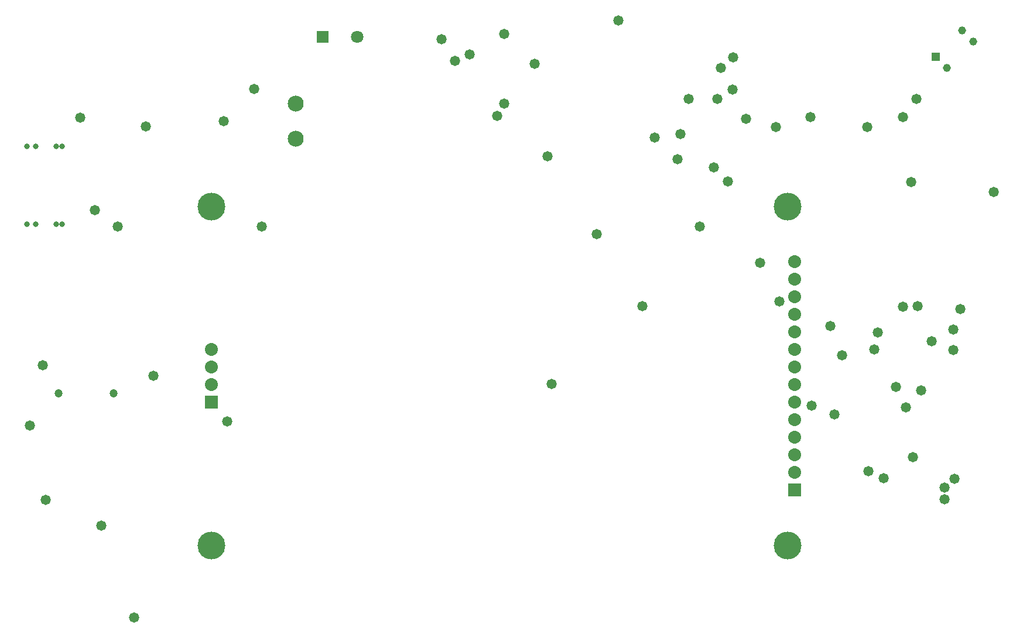
<source format=gbs>
G04*
G04 #@! TF.GenerationSoftware,Altium Limited,Altium Designer,25.6.2 (33)*
G04*
G04 Layer_Color=16711935*
%FSLAX44Y44*%
%MOMM*%
G71*
G04*
G04 #@! TF.SameCoordinates,8FAB441B-F1FE-446A-B751-D3DFCEB5FBC4*
G04*
G04*
G04 #@! TF.FilePolarity,Negative*
G04*
G01*
G75*
%ADD49C,1.1500*%
%ADD50R,1.1500X1.1500*%
%ADD51C,2.3032*%
%ADD52R,1.8032X1.8032*%
%ADD53C,1.8032*%
%ADD54C,0.8128*%
%ADD55C,1.2032*%
%ADD56R,1.8682X1.8682*%
%ADD57C,1.8682*%
%ADD58C,4.0132*%
%ADD59C,1.4732*%
D49*
X1702107Y1159255D02*
D03*
X1686304Y1175057D02*
D03*
X1663956Y1121103D02*
D03*
D50*
X1648153Y1136906D02*
D03*
D51*
X722630Y1069340D02*
D03*
Y1018540D02*
D03*
D52*
X761130Y1165860D02*
D03*
D53*
X811130D02*
D03*
D54*
X334264Y1007364D02*
D03*
X346202D02*
D03*
X384302D02*
D03*
X334264Y895096D02*
D03*
X346202D02*
D03*
X376428D02*
D03*
X384302D02*
D03*
X376428Y1007364D02*
D03*
D55*
X379222Y650494D02*
D03*
X458978D02*
D03*
D56*
X600990Y637540D02*
D03*
X1443990Y510540D02*
D03*
D57*
X600990Y662940D02*
D03*
Y688340D02*
D03*
Y713740D02*
D03*
X1443990Y535940D02*
D03*
Y561340D02*
D03*
Y586740D02*
D03*
Y612140D02*
D03*
Y637540D02*
D03*
Y662940D02*
D03*
Y688340D02*
D03*
Y713740D02*
D03*
Y739140D02*
D03*
Y764540D02*
D03*
Y789940D02*
D03*
Y815340D02*
D03*
Y840740D02*
D03*
D58*
X600990Y430440D02*
D03*
Y920840D02*
D03*
X1433990Y430440D02*
D03*
Y920840D02*
D03*
D59*
X1354950Y1136510D02*
D03*
X1373750Y1047614D02*
D03*
X662630Y1091128D02*
D03*
X974344Y1140968D02*
D03*
X1024128Y1069340D02*
D03*
X1642110Y725932D02*
D03*
X1615186Y558546D02*
D03*
X1673606Y712986D02*
D03*
X1622044Y776478D02*
D03*
X1346962Y956818D02*
D03*
X1354074Y1089660D02*
D03*
X1337450Y1121103D02*
D03*
X1393698Y839470D02*
D03*
X1600200Y775970D02*
D03*
X1548892Y1036066D02*
D03*
X1417180D02*
D03*
X1731518Y941578D02*
D03*
X1086358Y993140D02*
D03*
X1512570Y705358D02*
D03*
X1590548Y659638D02*
D03*
X1626870Y654558D02*
D03*
X517144Y675640D02*
D03*
X338074Y604266D02*
D03*
X1501083Y619760D02*
D03*
X410972Y1049528D02*
D03*
X618490Y1043940D02*
D03*
X623316Y610108D02*
D03*
X1092708Y663702D02*
D03*
X432308Y915670D02*
D03*
X1279144Y1025906D02*
D03*
X1612646Y956056D02*
D03*
X1274572Y989330D02*
D03*
X1306830Y891540D02*
D03*
X1327150Y977138D02*
D03*
X1013968Y1052068D02*
D03*
X1068324Y1126998D02*
D03*
X952754Y1131316D02*
D03*
X932942Y1162812D02*
D03*
X1023620Y1169924D02*
D03*
X505714Y1036320D02*
D03*
X1290574Y1076452D02*
D03*
X1620200D02*
D03*
X1331976D02*
D03*
X673100Y891540D02*
D03*
X465074D02*
D03*
X1564386Y738886D02*
D03*
X1559306Y714248D02*
D03*
X1157478Y880618D02*
D03*
X1495806Y748030D02*
D03*
X1223518Y776732D02*
D03*
X1673352Y742442D02*
D03*
X1421638Y783082D02*
D03*
X1683766Y772160D02*
D03*
X1188974Y1189990D02*
D03*
X1241920Y1020826D02*
D03*
X1605026Y629920D02*
D03*
X357124Y690880D02*
D03*
X1468374Y632460D02*
D03*
X1675270Y526542D02*
D03*
X1550670Y537464D02*
D03*
X360680Y496316D02*
D03*
X1572260Y527304D02*
D03*
X1467104Y1050290D02*
D03*
X1600200D02*
D03*
X1660398Y514096D02*
D03*
X441868Y459070D02*
D03*
X488696Y325882D02*
D03*
X1660398Y497078D02*
D03*
M02*

</source>
